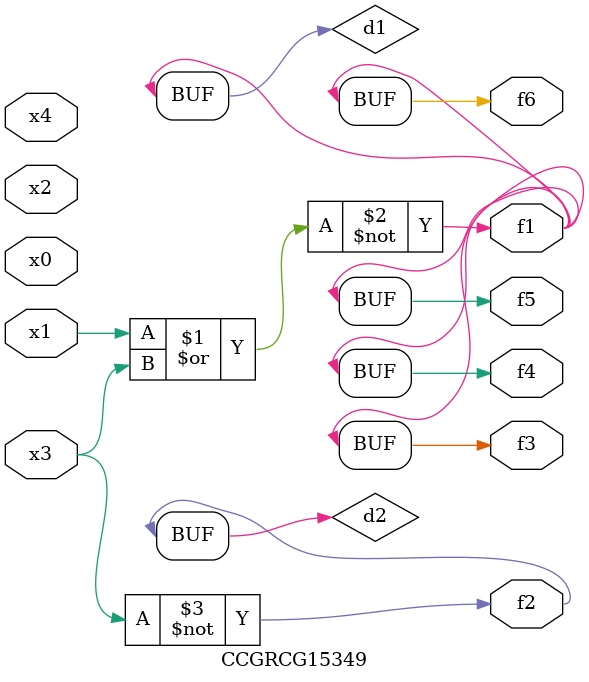
<source format=v>
module CCGRCG15349(
	input x0, x1, x2, x3, x4,
	output f1, f2, f3, f4, f5, f6
);

	wire d1, d2;

	nor (d1, x1, x3);
	not (d2, x3);
	assign f1 = d1;
	assign f2 = d2;
	assign f3 = d1;
	assign f4 = d1;
	assign f5 = d1;
	assign f6 = d1;
endmodule

</source>
